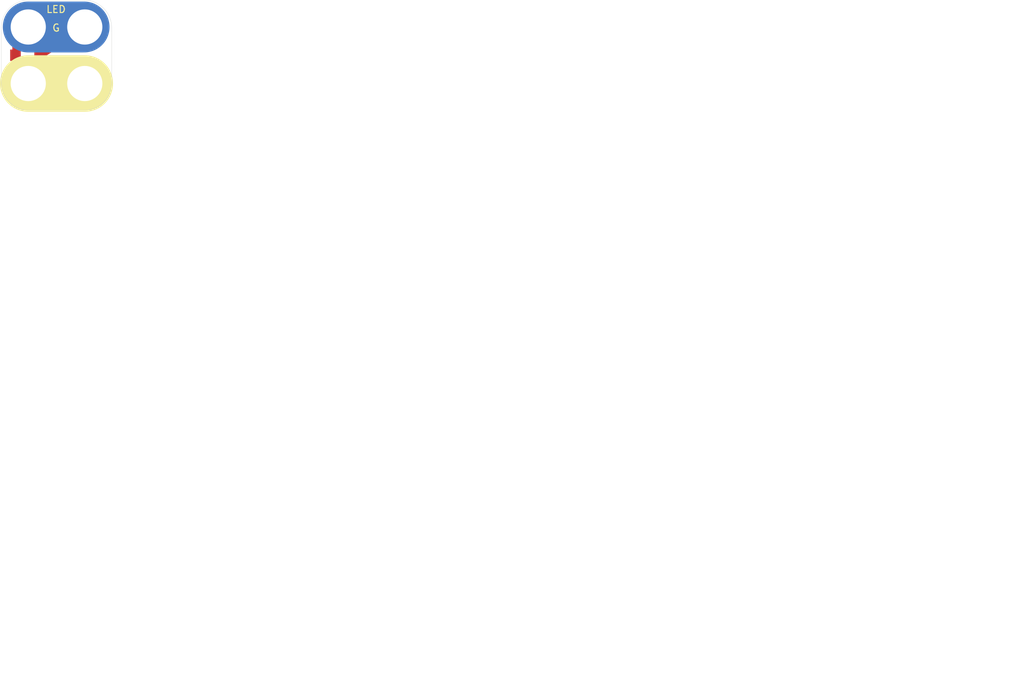
<source format=kicad_pcb>
(kicad_pcb (version 4) (host pcbnew 4.0.7-e2-6376~58~ubuntu16.04.1)

  (general
    (links 0)
    (no_connects 0)
    (area 0 0 0 0)
    (thickness 1.6)
    (drawings 2)
    (tracks 0)
    (zones 0)
    (modules 1)
    (nets 1)
  )

  (page USLetter)
  (title_block
    (title "2x2 Current-Limited Green SMT LED Module")
    (date "08 May 2018")
    (rev 1.0)
    (company "CERN Open Hardware License v1.2.")
    (comment 1 help@browndoggadgets.com)
    (comment 2 http://browndoggadgets.com/)
    (comment 3 "Brown Dog Gadgets")
  )

  (layers
    (0 F.Cu signal)
    (31 B.Cu signal)
    (34 B.Paste user)
    (35 F.Paste user)
    (36 B.SilkS user)
    (37 F.SilkS user)
    (38 B.Mask user)
    (39 F.Mask user)
    (40 Dwgs.User user)
    (44 Edge.Cuts user)
    (46 B.CrtYd user)
    (47 F.CrtYd user)
    (48 B.Fab user)
    (49 F.Fab user)
  )

  (setup
    (last_trace_width 0.254)
    (user_trace_width 0.1524)
    (user_trace_width 0.254)
    (user_trace_width 0.3302)
    (user_trace_width 0.508)
    (user_trace_width 0.762)
    (user_trace_width 1.27)
    (trace_clearance 0.254)
    (zone_clearance 0.508)
    (zone_45_only no)
    (trace_min 0.1524)
    (segment_width 0.1524)
    (edge_width 0.1524)
    (via_size 0.6858)
    (via_drill 0.3302)
    (via_min_size 0.6858)
    (via_min_drill 0.3302)
    (user_via 0.6858 0.3302)
    (user_via 0.762 0.4064)
    (user_via 0.8636 0.508)
    (uvia_size 0.6858)
    (uvia_drill 0.3302)
    (uvias_allowed no)
    (uvia_min_size 0)
    (uvia_min_drill 0)
    (pcb_text_width 0.1524)
    (pcb_text_size 1.016 1.016)
    (mod_edge_width 0.1524)
    (mod_text_size 1.016 1.016)
    (mod_text_width 0.1524)
    (pad_size 1.524 1.524)
    (pad_drill 0.762)
    (pad_to_mask_clearance 0.0762)
    (solder_mask_min_width 0.1016)
    (pad_to_paste_clearance -0.0762)
    (aux_axis_origin 0 0)
    (visible_elements FFFEDF7D)
    (pcbplotparams
      (layerselection 0x310fc_80000001)
      (usegerberextensions true)
      (excludeedgelayer true)
      (linewidth 0.100000)
      (plotframeref false)
      (viasonmask false)
      (mode 1)
      (useauxorigin false)
      (hpglpennumber 1)
      (hpglpenspeed 20)
      (hpglpendiameter 15)
      (hpglpenoverlay 2)
      (psnegative false)
      (psa4output false)
      (plotreference true)
      (plotvalue true)
      (plotinvisibletext false)
      (padsonsilk false)
      (subtractmaskfromsilk false)
      (outputformat 1)
      (mirror false)
      (drillshape 0)
      (scaleselection 1)
      (outputdirectory gerbers))
  )

  (net 0 "")

  (net_class Default "This is the default net class."
    (clearance 0.254)
    (trace_width 0.254)
    (via_dia 0.6858)
    (via_drill 0.3302)
    (uvia_dia 0.6858)
    (uvia_drill 0.3302)
  )

  (module Crazy_Circuits:LED-SMT-1206-2x2-LIMITED (layer F.Cu) (tedit 595EEB3D) (tstamp 5AF32D23)
    (at 10.288 52.832)
    (descr "1206 surface mount centered 2x2")
    (path /5AF32D24)
    (fp_text reference LED1 (at 0 0) (layer F.SilkS)
      (effects (font (thickness 0.15)))
    )
    (fp_text value GREEN (at 4.1 -3.9) (layer F.Fab) hide
      (effects (font (size 1 1) (thickness 0.15)))
    )
    (fp_arc (start 0 0) (end 2.8 0) (angle 180) (layer F.Mask) (width 0.6))
    (fp_line (start 1.75 -4) (end 4 -5.5) (layer F.Cu) (width 1))
    (fp_line (start 3 -6.75) (end 3 -5.75) (layer F.Fab) (width 0.04064))
    (fp_line (start 5 -6.75) (end 3 -6.75) (layer F.Fab) (width 0.04064))
    (fp_line (start 5 -0.75) (end 5 -6.75) (layer F.Fab) (width 0.04064))
    (fp_line (start 3 -0.75) (end 5 -0.75) (layer F.Fab) (width 0.04064))
    (fp_line (start 3 -5.75) (end 3 -0.75) (layer F.Fab) (width 0.04064))
    (fp_line (start 3 -3) (end -3 -3) (layer F.Fab) (width 0.04064))
    (fp_line (start 3 -5) (end 3 -3) (layer F.Fab) (width 0.04064))
    (fp_line (start -3 -5) (end 3 -5) (layer F.Fab) (width 0.04064))
    (fp_line (start -3 -3) (end -3 -5) (layer F.Fab) (width 0.04064))
    (fp_text user - (at 4 -1.75) (layer F.Fab)
      (effects (font (size 1 1) (thickness 0.15)))
    )
    (fp_text user + (at 4 -5.75) (layer F.Fab)
      (effects (font (size 1 1) (thickness 0.15)))
    )
    (fp_text user LED (at 4 -3.75 90) (layer F.Fab)
      (effects (font (size 1 1) (thickness 0.15)))
    )
    (fp_text user RES (at 0 -4 180) (layer F.Fab)
      (effects (font (size 1 1) (thickness 0.15)))
    )
    (fp_line (start 0 0) (end 8 0) (layer F.SilkS) (width 8))
    (fp_text user %R (at 3.95 -4) (layer F.Fab) hide
      (effects (font (size 1 1) (thickness 0.15)))
    )
    (fp_line (start 0 0) (end 7.9 0) (layer B.Cu) (width 7.2))
    (fp_text user LED (at 3.936 -10.5 180) (layer F.SilkS)
      (effects (font (size 1 1) (thickness 0.15)))
    )
    (fp_line (start 0 0) (end 7.9 0) (layer B.Mask) (width 7.2))
    (fp_line (start 0 -8) (end 7.9 -8) (layer B.Cu) (width 7.2))
    (fp_line (start 0 -8) (end 7.9 -8) (layer B.Mask) (width 7.2))
    (fp_line (start 0.1 -1.15) (end 8.225 -1.15) (layer F.Cu) (width 2))
    (fp_line (start 7.9 -11.8) (end 0.1 -11.8) (layer Edge.Cuts) (width 0.04064))
    (fp_line (start 7.9 3.8) (end 0.1 3.8) (layer Edge.Cuts) (width 0.04064))
    (fp_line (start 11.8 -0.1) (end 11.8 -7.9) (layer Edge.Cuts) (width 0.04064))
    (fp_line (start -3.8 -0.1) (end -3.8 -7.9) (layer Edge.Cuts) (width 0.04064))
    (fp_arc (start 7.9 -7.9) (end 7.9 -11.8) (angle 90) (layer Edge.Cuts) (width 0.04064))
    (fp_arc (start 7.9 -0.1) (end 11.8 -0.1) (angle 90) (layer Edge.Cuts) (width 0.04064))
    (fp_arc (start 0.1 -0.1) (end 0.1 3.8) (angle 90) (layer Edge.Cuts) (width 0.04064))
    (fp_arc (start 0.1 -7.9) (end -3.8 -7.9) (angle 90) (layer Edge.Cuts) (width 0.04064))
    (fp_line (start 7.9 -11.8) (end 0.1 -11.8) (layer F.Fab) (width 0.04064))
    (fp_line (start 7.9 3.8) (end 0.1 3.8) (layer F.Fab) (width 0.04064))
    (fp_line (start 11.8 -0.1) (end 11.8 -7.9) (layer F.Fab) (width 0.04064))
    (fp_line (start -3.8 -0.1) (end -3.8 -7.9) (layer F.Fab) (width 0.04064))
    (fp_arc (start 7.9 -7.9) (end 7.9 -11.8) (angle 90) (layer F.Fab) (width 0.04064))
    (fp_arc (start 7.9 -0.1) (end 11.8 -0.1) (angle 90) (layer F.Fab) (width 0.04064))
    (fp_arc (start 0.1 -0.1) (end 0.1 3.8) (angle 90) (layer F.Fab) (width 0.04064))
    (fp_arc (start 0.1 -7.9) (end -3.8 -7.9) (angle 90) (layer F.Fab) (width 0.04064))
    (fp_line (start -1.75 -7) (end -1.75 -4) (layer F.Cu) (width 1))
    (fp_arc (start 8 0) (end 8 -2.8) (angle 270) (layer F.Mask) (width 0.6))
    (fp_arc (start 8 -8) (end 5.2 -8) (angle 270) (layer F.Mask) (width 0.6))
    (fp_arc (start 0 -8) (end -2.8 -8) (angle 180) (layer F.Mask) (width 0.6))
    (pad 1 smd rect (at -1.81 -4 90) (size 1.6 1.5) (layers F.Cu F.Paste F.Mask))
    (pad - thru_hole circle (at 0 0) (size 6 6) (drill 4.98) (layers *.Cu B.Mask))
    (pad + thru_hole circle (at 0 -8) (size 6 6) (drill 4.98) (layers *.Cu B.Mask))
    (pad + thru_hole circle (at 8 -8) (size 6 6) (drill 4.98) (layers *.Cu B.Mask))
    (pad - thru_hole circle (at 8 0) (size 6 6) (drill 4.98) (layers *.Cu B.Mask))
    (pad 3 smd rect (at 1.61 -4 90) (size 1.6 1.5) (layers F.Cu F.Paste F.Mask))
    (pad 2 smd rect (at 4 -2.04) (size 1.6 1.5) (layers F.Cu F.Paste F.Mask))
    (pad 3 smd rect (at 4 -5.46) (size 1.6 1.5) (layers F.Cu F.Paste F.Mask))
  )

  (gr_text G (at 14.224 44.958) (layer F.SilkS)
    (effects (font (size 1.016 1.016) (thickness 0.1524)))
  )
  (gr_text "FABRICATION NOTES\n\n1. THIS IS A 2 LAYER BOARD. \n2. EXTERNAL LAYERS SHALL HAVE 1 OZ COPPER.\n3. MATERIAL: FR4 AND 0.062 INCH +/- 10% THICK.\n4. BOARDS SHALL BE ROHS COMPLIANT. \n5. MANUFACTURE IN ACCORDANCE WITH IPC-6012 CLASS 2\n6. MASK: BOTH SIDES OF THE BOARD SHALL HAVE \n   SOLDER MASK (BLACK) OVER BARE COPPER. \n7. SILK: BOTH SIDES OF THE BOARD SHALL HAVE \n   WHITE SILKSCREEN. DO NOT PLACE SILK OVER BARE COPPER.\n8. FINISH: ENIG.\n9. MINIMUM TRACE WIDTH - 0.006 INCH.\n   MINIMUM SPACE - 0.006 INCH.\n   MINIMUM HOLE DIA - 0.013 INCH. \n10. MAX HOLE PLACEMENT TOLERANCE OF +/- 0.003 INCH.\n11. MAX HOLE DIAMETER TOLERANCE OF +/- 0.003 INCH AFTER PLATING." (at 8.128 102.87) (layer Dwgs.User)
    (effects (font (size 2.54 2.54) (thickness 0.254)) (justify left))
  )

)

</source>
